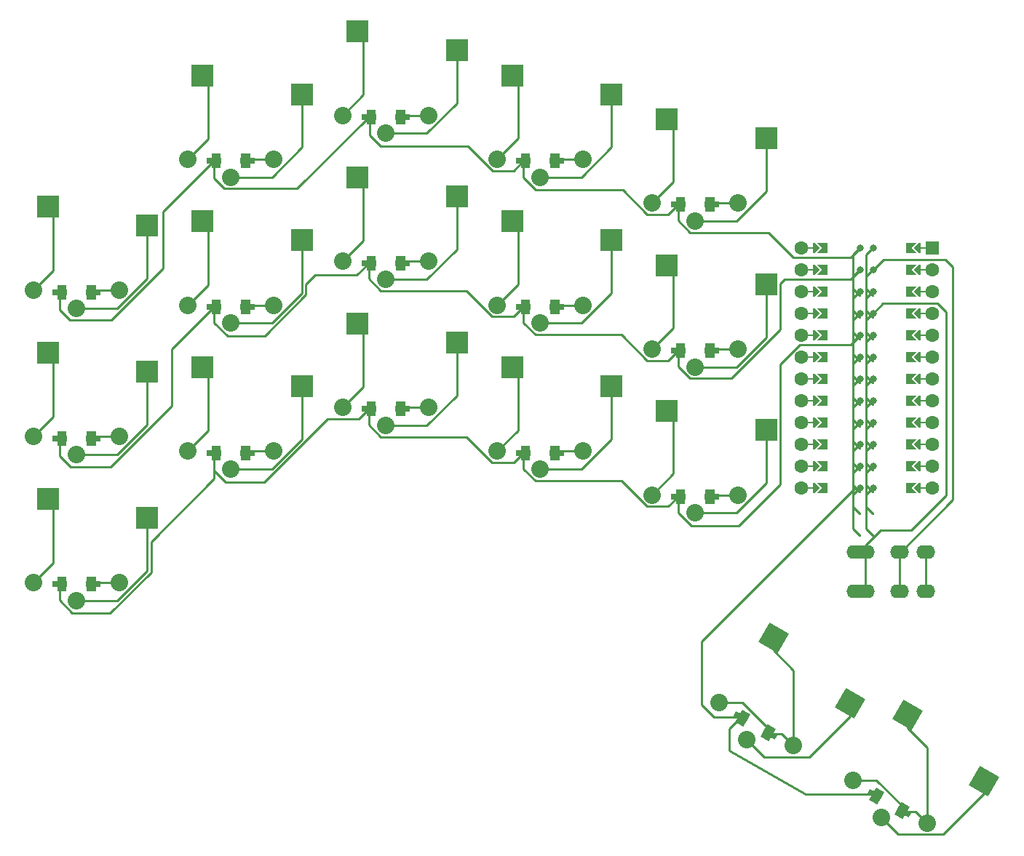
<source format=gbr>
%TF.GenerationSoftware,KiCad,Pcbnew,(6.0.6-1)-1*%
%TF.CreationDate,2022-07-25T21:02:29-05:00*%
%TF.ProjectId,smcboard,736d6362-6f61-4726-942e-6b696361645f,v1.0.0*%
%TF.SameCoordinates,Original*%
%TF.FileFunction,Copper,L2,Bot*%
%TF.FilePolarity,Positive*%
%FSLAX46Y46*%
G04 Gerber Fmt 4.6, Leading zero omitted, Abs format (unit mm)*
G04 Created by KiCad (PCBNEW (6.0.6-1)-1) date 2022-07-25 21:02:29*
%MOMM*%
%LPD*%
G01*
G04 APERTURE LIST*
G04 Aperture macros list*
%AMRotRect*
0 Rectangle, with rotation*
0 The origin of the aperture is its center*
0 $1 length*
0 $2 width*
0 $3 Rotation angle, in degrees counterclockwise*
0 Add horizontal line*
21,1,$1,$2,0,0,$3*%
%AMFreePoly0*
4,1,21,0.800354,0.825354,0.800500,0.825000,0.800500,0.300000,0.825000,0.300000,0.825000,-0.300000,0.800500,-0.300000,0.800500,-0.825000,0.800354,-0.825354,0.800000,-0.825500,-0.290000,-0.825500,-0.290354,-0.825354,-0.290500,-0.825000,-0.290500,-0.300000,-0.825000,-0.300000,-0.825000,0.300000,-0.290500,0.300000,-0.290500,0.825000,-0.290354,0.825354,-0.290000,0.825500,0.800000,0.825500,
0.800354,0.825354,0.800354,0.825354,$1*%
%AMFreePoly1*
4,1,21,0.300354,0.825354,0.300500,0.825000,0.300500,0.300000,0.825000,0.300000,0.825000,-0.300000,0.300500,-0.300000,0.300500,-0.825000,0.300354,-0.825354,0.300000,-0.825500,-0.800000,-0.825500,-0.800354,-0.825354,-0.800500,-0.825000,-0.800500,-0.300000,-0.825000,-0.300000,-0.825000,0.300000,-0.800500,0.300000,-0.800500,0.825000,-0.800354,0.825354,-0.800000,0.825500,0.300000,0.825500,
0.300354,0.825354,0.300354,0.825354,$1*%
%AMFreePoly2*
4,1,5,0.125000,-0.500000,-0.125000,-0.500000,-0.125000,0.500000,0.125000,0.500000,0.125000,-0.500000,0.125000,-0.500000,$1*%
%AMFreePoly3*
4,1,6,0.600000,-0.250000,-0.600000,-0.250000,-0.600000,1.000000,0.000000,0.400000,0.600000,1.000000,0.600000,-0.250000,0.600000,-0.250000,$1*%
%AMFreePoly4*
4,1,6,0.600000,0.200000,0.000000,-0.400000,-0.600000,0.200000,-0.600000,0.400000,0.600000,0.400000,0.600000,0.200000,0.600000,0.200000,$1*%
%AMFreePoly5*
4,1,49,0.004773,0.123721,0.009154,0.124665,0.028961,0.117240,0.062500,0.108253,0.068237,0.102516,0.075053,0.099961,0.087617,0.083136,0.108253,0.062500,0.111178,0.051584,0.117161,0.043572,0.118539,0.024114,0.125000,0.000000,0.121239,-0.014035,0.122131,-0.026629,0.113759,-0.041951,0.108253,-0.062500,0.095644,-0.075109,0.088389,-0.088388,-0.641000,-0.817776,-0.641000,-4.770224,
0.088389,-5.499612,0.109852,-5.528356,0.124665,-5.597154,0.099961,-5.663053,0.043572,-5.705161,-0.026629,-5.710131,-0.088388,-5.676389,-0.854388,-4.910388,-0.867707,-4.892552,-0.871189,-4.889530,-0.871982,-4.886826,-0.875852,-4.881644,-0.882331,-4.851549,-0.891000,-4.822000,-0.891000,-0.766000,-0.887805,-0.743969,-0.888131,-0.739371,-0.886780,-0.736898,-0.885852,-0.730498,-0.869151,-0.704632,
-0.854388,-0.677612,-0.088388,0.088389,-0.064606,0.106147,-0.062500,0.108253,-0.061385,0.108552,-0.059644,0.109852,-0.043806,0.113262,0.000000,0.125000,0.004773,0.123721,0.004773,0.123721,$1*%
G04 Aperture macros list end*
%TA.AperFunction,SMDPad,CuDef*%
%ADD10R,2.600000X2.600000*%
%TD*%
%TA.AperFunction,ComponentPad*%
%ADD11C,2.032000*%
%TD*%
%TA.AperFunction,SMDPad,CuDef*%
%ADD12FreePoly0,0.000000*%
%TD*%
%TA.AperFunction,SMDPad,CuDef*%
%ADD13FreePoly1,0.000000*%
%TD*%
%TA.AperFunction,ComponentPad*%
%ADD14C,0.300000*%
%TD*%
%TA.AperFunction,SMDPad,CuDef*%
%ADD15RotRect,2.600000X2.600000X330.000000*%
%TD*%
%TA.AperFunction,SMDPad,CuDef*%
%ADD16FreePoly0,330.000000*%
%TD*%
%TA.AperFunction,SMDPad,CuDef*%
%ADD17FreePoly1,330.000000*%
%TD*%
%TA.AperFunction,ComponentPad*%
%ADD18C,1.600000*%
%TD*%
%TA.AperFunction,ComponentPad*%
%ADD19R,1.600000X1.600000*%
%TD*%
%TA.AperFunction,SMDPad,CuDef*%
%ADD20FreePoly2,90.000000*%
%TD*%
%TA.AperFunction,SMDPad,CuDef*%
%ADD21FreePoly3,90.000000*%
%TD*%
%TA.AperFunction,SMDPad,CuDef*%
%ADD22FreePoly4,90.000000*%
%TD*%
%TA.AperFunction,SMDPad,CuDef*%
%ADD23FreePoly2,270.000000*%
%TD*%
%TA.AperFunction,SMDPad,CuDef*%
%ADD24FreePoly4,270.000000*%
%TD*%
%TA.AperFunction,SMDPad,CuDef*%
%ADD25FreePoly3,270.000000*%
%TD*%
%TA.AperFunction,SMDPad,CuDef*%
%ADD26FreePoly5,90.000000*%
%TD*%
%TA.AperFunction,SMDPad,CuDef*%
%ADD27FreePoly5,270.000000*%
%TD*%
%TA.AperFunction,ComponentPad*%
%ADD28C,0.800000*%
%TD*%
%TA.AperFunction,ComponentPad*%
%ADD29O,2.200000X1.600000*%
%TD*%
%TA.AperFunction,Conductor*%
%ADD30C,0.250000*%
%TD*%
G04 APERTURE END LIST*
D10*
%TO.P,S1,1*%
%TO.N,pinky_bottom*%
X135286539Y-136546000D03*
%TO.P,S1,2*%
%TO.N,P7*%
X146836539Y-138746000D03*
%TD*%
D11*
%TO.P,S2,1*%
%TO.N,pinky_bottom*%
X133561539Y-146296000D03*
%TO.P,S2,2*%
%TO.N,P7*%
X138561539Y-148396000D03*
%TO.P,S2,1*%
%TO.N,pinky_bottom*%
X143561539Y-146296000D03*
%TO.P,S2,2*%
%TO.N,P7*%
X138561539Y-148396000D03*
%TD*%
D12*
%TO.P,D1,1*%
%TO.N,P2*%
X136611539Y-146496000D03*
D13*
%TO.P,D1,2*%
%TO.N,pinky_bottom*%
X140511539Y-146496000D03*
D14*
%TO.P,D1,1*%
%TO.N,P2*%
X136611539Y-146496000D03*
%TO.P,D1,2*%
%TO.N,pinky_bottom*%
X140511539Y-146496000D03*
%TD*%
D10*
%TO.P,S3,1*%
%TO.N,pinky_home*%
X135286539Y-119546000D03*
%TO.P,S3,2*%
%TO.N,P7*%
X146836539Y-121746000D03*
%TD*%
D11*
%TO.P,S4,1*%
%TO.N,pinky_home*%
X133561539Y-129296000D03*
%TO.P,S4,2*%
%TO.N,P7*%
X138561539Y-131396000D03*
%TO.P,S4,1*%
%TO.N,pinky_home*%
X143561539Y-129296000D03*
%TO.P,S4,2*%
%TO.N,P7*%
X138561539Y-131396000D03*
%TD*%
D12*
%TO.P,D2,1*%
%TO.N,P0*%
X136611539Y-129496000D03*
D13*
%TO.P,D2,2*%
%TO.N,pinky_home*%
X140511539Y-129496000D03*
D14*
%TO.P,D2,1*%
%TO.N,P0*%
X136611539Y-129496000D03*
%TO.P,D2,2*%
%TO.N,pinky_home*%
X140511539Y-129496000D03*
%TD*%
D10*
%TO.P,S5,1*%
%TO.N,pinky_top*%
X135286539Y-102546000D03*
%TO.P,S5,2*%
%TO.N,P7*%
X146836539Y-104746000D03*
%TD*%
D11*
%TO.P,S6,1*%
%TO.N,pinky_top*%
X133561539Y-112296000D03*
%TO.P,S6,2*%
%TO.N,P7*%
X138561539Y-114396000D03*
%TO.P,S6,1*%
%TO.N,pinky_top*%
X143561539Y-112296000D03*
%TO.P,S6,2*%
%TO.N,P7*%
X138561539Y-114396000D03*
%TD*%
D12*
%TO.P,D3,1*%
%TO.N,P1*%
X136611539Y-112496000D03*
D13*
%TO.P,D3,2*%
%TO.N,pinky_top*%
X140511539Y-112496000D03*
D14*
%TO.P,D3,1*%
%TO.N,P1*%
X136611539Y-112496000D03*
%TO.P,D3,2*%
%TO.N,pinky_top*%
X140511539Y-112496000D03*
%TD*%
D10*
%TO.P,S7,1*%
%TO.N,ring_bottom*%
X153286539Y-121246000D03*
%TO.P,S7,2*%
%TO.N,P6*%
X164836539Y-123446000D03*
%TD*%
D11*
%TO.P,S8,1*%
%TO.N,ring_bottom*%
X151561539Y-130996000D03*
%TO.P,S8,2*%
%TO.N,P6*%
X156561539Y-133096000D03*
%TO.P,S8,1*%
%TO.N,ring_bottom*%
X161561539Y-130996000D03*
%TO.P,S8,2*%
%TO.N,P6*%
X156561539Y-133096000D03*
%TD*%
D12*
%TO.P,D4,1*%
%TO.N,P2*%
X154611539Y-131196000D03*
D13*
%TO.P,D4,2*%
%TO.N,ring_bottom*%
X158511539Y-131196000D03*
D14*
%TO.P,D4,1*%
%TO.N,P2*%
X154611539Y-131196000D03*
%TO.P,D4,2*%
%TO.N,ring_bottom*%
X158511539Y-131196000D03*
%TD*%
D10*
%TO.P,S9,1*%
%TO.N,ring_home*%
X153286539Y-104246000D03*
%TO.P,S9,2*%
%TO.N,P6*%
X164836539Y-106446000D03*
%TD*%
D11*
%TO.P,S10,1*%
%TO.N,ring_home*%
X151561539Y-113996000D03*
%TO.P,S10,2*%
%TO.N,P6*%
X156561539Y-116096000D03*
%TO.P,S10,1*%
%TO.N,ring_home*%
X161561539Y-113996000D03*
%TO.P,S10,2*%
%TO.N,P6*%
X156561539Y-116096000D03*
%TD*%
D12*
%TO.P,D5,1*%
%TO.N,P0*%
X154611539Y-114196000D03*
D13*
%TO.P,D5,2*%
%TO.N,ring_home*%
X158511539Y-114196000D03*
D14*
%TO.P,D5,1*%
%TO.N,P0*%
X154611539Y-114196000D03*
%TO.P,D5,2*%
%TO.N,ring_home*%
X158511539Y-114196000D03*
%TD*%
D10*
%TO.P,S11,1*%
%TO.N,ring_top*%
X153286539Y-87246000D03*
%TO.P,S11,2*%
%TO.N,P6*%
X164836539Y-89446000D03*
%TD*%
D11*
%TO.P,S12,1*%
%TO.N,ring_top*%
X151561539Y-96996000D03*
%TO.P,S12,2*%
%TO.N,P6*%
X156561539Y-99096000D03*
%TO.P,S12,1*%
%TO.N,ring_top*%
X161561539Y-96996000D03*
%TO.P,S12,2*%
%TO.N,P6*%
X156561539Y-99096000D03*
%TD*%
D12*
%TO.P,D6,1*%
%TO.N,P1*%
X154611539Y-97196000D03*
D13*
%TO.P,D6,2*%
%TO.N,ring_top*%
X158511539Y-97196000D03*
D14*
%TO.P,D6,1*%
%TO.N,P1*%
X154611539Y-97196000D03*
%TO.P,D6,2*%
%TO.N,ring_top*%
X158511539Y-97196000D03*
%TD*%
D10*
%TO.P,S13,1*%
%TO.N,middle_bottom*%
X171286539Y-116146000D03*
%TO.P,S13,2*%
%TO.N,P5*%
X182836539Y-118346000D03*
%TD*%
D11*
%TO.P,S14,1*%
%TO.N,middle_bottom*%
X169561539Y-125896000D03*
%TO.P,S14,2*%
%TO.N,P5*%
X174561539Y-127996000D03*
%TO.P,S14,1*%
%TO.N,middle_bottom*%
X179561539Y-125896000D03*
%TO.P,S14,2*%
%TO.N,P5*%
X174561539Y-127996000D03*
%TD*%
D12*
%TO.P,D7,1*%
%TO.N,P2*%
X172611539Y-126096000D03*
D13*
%TO.P,D7,2*%
%TO.N,middle_bottom*%
X176511539Y-126096000D03*
D14*
%TO.P,D7,1*%
%TO.N,P2*%
X172611539Y-126096000D03*
%TO.P,D7,2*%
%TO.N,middle_bottom*%
X176511539Y-126096000D03*
%TD*%
D10*
%TO.P,S15,1*%
%TO.N,middle_home*%
X171286539Y-99146000D03*
%TO.P,S15,2*%
%TO.N,P5*%
X182836539Y-101346000D03*
%TD*%
D11*
%TO.P,S16,1*%
%TO.N,middle_home*%
X169561539Y-108896000D03*
%TO.P,S16,2*%
%TO.N,P5*%
X174561539Y-110996000D03*
%TO.P,S16,1*%
%TO.N,middle_home*%
X179561539Y-108896000D03*
%TO.P,S16,2*%
%TO.N,P5*%
X174561539Y-110996000D03*
%TD*%
D12*
%TO.P,D8,1*%
%TO.N,P0*%
X172611539Y-109096000D03*
D13*
%TO.P,D8,2*%
%TO.N,middle_home*%
X176511539Y-109096000D03*
D14*
%TO.P,D8,1*%
%TO.N,P0*%
X172611539Y-109096000D03*
%TO.P,D8,2*%
%TO.N,middle_home*%
X176511539Y-109096000D03*
%TD*%
D10*
%TO.P,S17,1*%
%TO.N,middle_top*%
X171286539Y-82146000D03*
%TO.P,S17,2*%
%TO.N,P5*%
X182836539Y-84346000D03*
%TD*%
D11*
%TO.P,S18,1*%
%TO.N,middle_top*%
X169561539Y-91896000D03*
%TO.P,S18,2*%
%TO.N,P5*%
X174561539Y-93996000D03*
%TO.P,S18,1*%
%TO.N,middle_top*%
X179561539Y-91896000D03*
%TO.P,S18,2*%
%TO.N,P5*%
X174561539Y-93996000D03*
%TD*%
D12*
%TO.P,D9,1*%
%TO.N,P1*%
X172611539Y-92096000D03*
D13*
%TO.P,D9,2*%
%TO.N,middle_top*%
X176511539Y-92096000D03*
D14*
%TO.P,D9,1*%
%TO.N,P1*%
X172611539Y-92096000D03*
%TO.P,D9,2*%
%TO.N,middle_top*%
X176511539Y-92096000D03*
%TD*%
D10*
%TO.P,S19,1*%
%TO.N,index_bottom*%
X189286539Y-121246000D03*
%TO.P,S19,2*%
%TO.N,P4*%
X200836539Y-123446000D03*
%TD*%
D11*
%TO.P,S20,1*%
%TO.N,index_bottom*%
X187561539Y-130996000D03*
%TO.P,S20,2*%
%TO.N,P4*%
X192561539Y-133096000D03*
%TO.P,S20,1*%
%TO.N,index_bottom*%
X197561539Y-130996000D03*
%TO.P,S20,2*%
%TO.N,P4*%
X192561539Y-133096000D03*
%TD*%
D12*
%TO.P,D10,1*%
%TO.N,P2*%
X190611539Y-131196000D03*
D13*
%TO.P,D10,2*%
%TO.N,index_bottom*%
X194511539Y-131196000D03*
D14*
%TO.P,D10,1*%
%TO.N,P2*%
X190611539Y-131196000D03*
%TO.P,D10,2*%
%TO.N,index_bottom*%
X194511539Y-131196000D03*
%TD*%
D10*
%TO.P,S21,1*%
%TO.N,index_home*%
X189286539Y-104246000D03*
%TO.P,S21,2*%
%TO.N,P4*%
X200836539Y-106446000D03*
%TD*%
D11*
%TO.P,S22,1*%
%TO.N,index_home*%
X187561539Y-113996000D03*
%TO.P,S22,2*%
%TO.N,P4*%
X192561539Y-116096000D03*
%TO.P,S22,1*%
%TO.N,index_home*%
X197561539Y-113996000D03*
%TO.P,S22,2*%
%TO.N,P4*%
X192561539Y-116096000D03*
%TD*%
D12*
%TO.P,D11,1*%
%TO.N,P0*%
X190611539Y-114196000D03*
D13*
%TO.P,D11,2*%
%TO.N,index_home*%
X194511539Y-114196000D03*
D14*
%TO.P,D11,1*%
%TO.N,P0*%
X190611539Y-114196000D03*
%TO.P,D11,2*%
%TO.N,index_home*%
X194511539Y-114196000D03*
%TD*%
D10*
%TO.P,S23,1*%
%TO.N,index_top*%
X189286539Y-87246000D03*
%TO.P,S23,2*%
%TO.N,P4*%
X200836539Y-89446000D03*
%TD*%
D11*
%TO.P,S24,1*%
%TO.N,index_top*%
X187561539Y-96996000D03*
%TO.P,S24,2*%
%TO.N,P4*%
X192561539Y-99096000D03*
%TO.P,S24,1*%
%TO.N,index_top*%
X197561539Y-96996000D03*
%TO.P,S24,2*%
%TO.N,P4*%
X192561539Y-99096000D03*
%TD*%
D12*
%TO.P,D12,1*%
%TO.N,P1*%
X190611539Y-97196000D03*
D13*
%TO.P,D12,2*%
%TO.N,index_top*%
X194511539Y-97196000D03*
D14*
%TO.P,D12,1*%
%TO.N,P1*%
X190611539Y-97196000D03*
%TO.P,D12,2*%
%TO.N,index_top*%
X194511539Y-97196000D03*
%TD*%
D10*
%TO.P,S25,1*%
%TO.N,inner_bottom*%
X207286539Y-126346000D03*
%TO.P,S25,2*%
%TO.N,P3*%
X218836539Y-128546000D03*
%TD*%
D11*
%TO.P,S26,1*%
%TO.N,inner_bottom*%
X205561539Y-136096000D03*
%TO.P,S26,2*%
%TO.N,P3*%
X210561539Y-138196000D03*
%TO.P,S26,1*%
%TO.N,inner_bottom*%
X215561539Y-136096000D03*
%TO.P,S26,2*%
%TO.N,P3*%
X210561539Y-138196000D03*
%TD*%
D12*
%TO.P,D13,1*%
%TO.N,P2*%
X208611539Y-136296000D03*
D13*
%TO.P,D13,2*%
%TO.N,inner_bottom*%
X212511539Y-136296000D03*
D14*
%TO.P,D13,1*%
%TO.N,P2*%
X208611539Y-136296000D03*
%TO.P,D13,2*%
%TO.N,inner_bottom*%
X212511539Y-136296000D03*
%TD*%
D10*
%TO.P,S27,1*%
%TO.N,inner_home*%
X207286539Y-109346000D03*
%TO.P,S27,2*%
%TO.N,P3*%
X218836539Y-111546000D03*
%TD*%
D11*
%TO.P,S28,1*%
%TO.N,inner_home*%
X205561539Y-119096000D03*
%TO.P,S28,2*%
%TO.N,P3*%
X210561539Y-121196000D03*
%TO.P,S28,1*%
%TO.N,inner_home*%
X215561539Y-119096000D03*
%TO.P,S28,2*%
%TO.N,P3*%
X210561539Y-121196000D03*
%TD*%
D12*
%TO.P,D14,1*%
%TO.N,P0*%
X208611539Y-119296000D03*
D13*
%TO.P,D14,2*%
%TO.N,inner_home*%
X212511539Y-119296000D03*
D14*
%TO.P,D14,1*%
%TO.N,P0*%
X208611539Y-119296000D03*
%TO.P,D14,2*%
%TO.N,inner_home*%
X212511539Y-119296000D03*
%TD*%
D10*
%TO.P,S29,1*%
%TO.N,inner_top*%
X207286539Y-92346000D03*
%TO.P,S29,2*%
%TO.N,P3*%
X218836539Y-94546000D03*
%TD*%
D11*
%TO.P,S30,1*%
%TO.N,inner_top*%
X205561539Y-102096000D03*
%TO.P,S30,2*%
%TO.N,P3*%
X210561539Y-104196000D03*
%TO.P,S30,1*%
%TO.N,inner_top*%
X215561539Y-102096000D03*
%TO.P,S30,2*%
%TO.N,P3*%
X210561539Y-104196000D03*
%TD*%
D12*
%TO.P,D15,1*%
%TO.N,P1*%
X208611539Y-102296000D03*
D13*
%TO.P,D15,2*%
%TO.N,inner_top*%
X212511539Y-102296000D03*
D14*
%TO.P,D15,1*%
%TO.N,P1*%
X208611539Y-102296000D03*
%TO.P,D15,2*%
%TO.N,inner_top*%
X212511539Y-102296000D03*
%TD*%
D15*
%TO.P,S31,1*%
%TO.N,near_thumb*%
X219700306Y-152705649D03*
%TO.P,S31,2*%
%TO.N,P5*%
X228602899Y-160385905D03*
%TD*%
D11*
%TO.P,S32,1*%
%TO.N,near_thumb*%
X213331412Y-160286897D03*
%TO.P,S32,2*%
%TO.N,P5*%
X216611539Y-164605550D03*
%TO.P,S32,1*%
%TO.N,near_thumb*%
X221991666Y-165286897D03*
%TO.P,S32,2*%
%TO.N,P5*%
X216611539Y-164605550D03*
%TD*%
D16*
%TO.P,D16,1*%
%TO.N,P9*%
X215872789Y-161985102D03*
D17*
%TO.P,D16,2*%
%TO.N,near_thumb*%
X219250289Y-163935102D03*
D14*
%TO.P,D16,1*%
%TO.N,P9*%
X215872789Y-161985102D03*
%TO.P,D16,2*%
%TO.N,near_thumb*%
X219250289Y-163935102D03*
%TD*%
D15*
%TO.P,S33,1*%
%TO.N,home_thumb*%
X235288763Y-161705649D03*
%TO.P,S33,2*%
%TO.N,P4*%
X244191356Y-169385905D03*
%TD*%
D11*
%TO.P,S34,1*%
%TO.N,home_thumb*%
X228919869Y-169286897D03*
%TO.P,S34,2*%
%TO.N,P4*%
X232199996Y-173605550D03*
%TO.P,S34,1*%
%TO.N,home_thumb*%
X237580123Y-174286897D03*
%TO.P,S34,2*%
%TO.N,P4*%
X232199996Y-173605550D03*
%TD*%
D16*
%TO.P,D17,1*%
%TO.N,P9*%
X231461246Y-170985102D03*
D17*
%TO.P,D17,2*%
%TO.N,home_thumb*%
X234838746Y-172935102D03*
D14*
%TO.P,D17,1*%
%TO.N,P9*%
X231461246Y-170985102D03*
%TO.P,D17,2*%
%TO.N,home_thumb*%
X234838746Y-172935102D03*
%TD*%
D18*
%TO.P,MCU1,*%
%TO.N,*%
X222941539Y-107326000D03*
X222941539Y-109866000D03*
X222941539Y-112406000D03*
X222941539Y-114946000D03*
X222941539Y-117486000D03*
X222941539Y-120026000D03*
X222941539Y-122566000D03*
X222941539Y-125106000D03*
X222941539Y-127646000D03*
X222941539Y-130186000D03*
X222941539Y-132726000D03*
X222941539Y-135266000D03*
X238181539Y-135266000D03*
X238181539Y-132726000D03*
X238181539Y-130186000D03*
X238181539Y-127646000D03*
X238181539Y-125106000D03*
X238181539Y-122566000D03*
X238181539Y-120026000D03*
X238181539Y-117486000D03*
X238181539Y-114946000D03*
X238181539Y-112406000D03*
X238181539Y-109866000D03*
X238181539Y-107326000D03*
D19*
X238181539Y-107326000D03*
D20*
X224211539Y-107326000D03*
D21*
%TO.P,MCU1,1*%
%TO.N,RAW*%
X225735539Y-107326000D03*
D22*
%TO.P,MCU1,*%
%TO.N,*%
X224719539Y-107326000D03*
D20*
X224211539Y-109866000D03*
D22*
X224719539Y-109866000D03*
D21*
%TO.P,MCU1,2*%
%TO.N,N/C*%
X225735539Y-109866000D03*
D20*
%TO.P,MCU1,*%
%TO.N,*%
X224211539Y-112406000D03*
D22*
X224719539Y-112406000D03*
D21*
%TO.P,MCU1,3*%
%TO.N,RST*%
X225735539Y-112406000D03*
D20*
%TO.P,MCU1,*%
%TO.N,*%
X224211539Y-114946000D03*
D22*
X224719539Y-114946000D03*
D21*
%TO.P,MCU1,4*%
%TO.N,VCC*%
X225735539Y-114946000D03*
D20*
%TO.P,MCU1,*%
%TO.N,*%
X224211539Y-117486000D03*
D22*
X224719539Y-117486000D03*
D21*
%TO.P,MCU1,5*%
%TO.N,P21*%
X225735539Y-117486000D03*
D20*
%TO.P,MCU1,*%
%TO.N,*%
X224211539Y-120026000D03*
D22*
X224719539Y-120026000D03*
D21*
%TO.P,MCU1,6*%
%TO.N,P20*%
X225735539Y-120026000D03*
D20*
%TO.P,MCU1,*%
%TO.N,*%
X224211539Y-122566000D03*
D22*
X224719539Y-122566000D03*
D21*
%TO.P,MCU1,7*%
%TO.N,P19*%
X225735539Y-122566000D03*
D20*
%TO.P,MCU1,*%
%TO.N,*%
X224211539Y-125106000D03*
D22*
X224719539Y-125106000D03*
D21*
%TO.P,MCU1,8*%
%TO.N,P18*%
X225735539Y-125106000D03*
D20*
%TO.P,MCU1,*%
%TO.N,*%
X224211539Y-127646000D03*
D22*
X224719539Y-127646000D03*
D21*
%TO.P,MCU1,9*%
%TO.N,P15*%
X225735539Y-127646000D03*
D20*
%TO.P,MCU1,*%
%TO.N,*%
X224211539Y-130186000D03*
D22*
X224719539Y-130186000D03*
D21*
%TO.P,MCU1,10*%
%TO.N,P14*%
X225735539Y-130186000D03*
D20*
%TO.P,MCU1,*%
%TO.N,*%
X224211539Y-132726000D03*
D22*
X224719539Y-132726000D03*
D21*
%TO.P,MCU1,11*%
%TO.N,P16*%
X225735539Y-132726000D03*
D20*
%TO.P,MCU1,*%
%TO.N,*%
X224211539Y-135266000D03*
D22*
X224719539Y-135266000D03*
D21*
%TO.P,MCU1,12*%
%TO.N,P10*%
X225735539Y-135266000D03*
D23*
%TO.P,MCU1,*%
%TO.N,*%
X236911539Y-107326000D03*
D24*
X236403539Y-107326000D03*
D25*
%TO.P,MCU1,24*%
%TO.N,P1*%
X235387539Y-107326000D03*
%TO.P,MCU1,23*%
%TO.N,P0*%
X235387539Y-109866000D03*
D23*
%TO.P,MCU1,*%
%TO.N,*%
X236911539Y-109866000D03*
D24*
X236403539Y-109866000D03*
D25*
%TO.P,MCU1,22*%
%TO.N,GND*%
X235387539Y-112406000D03*
D23*
%TO.P,MCU1,*%
%TO.N,*%
X236911539Y-112406000D03*
D24*
X236403539Y-112406000D03*
D25*
%TO.P,MCU1,21*%
%TO.N,GND*%
X235387539Y-114946000D03*
D23*
%TO.P,MCU1,*%
%TO.N,*%
X236911539Y-114946000D03*
D24*
X236403539Y-114946000D03*
D25*
%TO.P,MCU1,20*%
%TO.N,P2*%
X235387539Y-117486000D03*
D23*
%TO.P,MCU1,*%
%TO.N,*%
X236911539Y-117486000D03*
D24*
X236403539Y-117486000D03*
D25*
%TO.P,MCU1,19*%
%TO.N,P3*%
X235387539Y-120026000D03*
D23*
%TO.P,MCU1,*%
%TO.N,*%
X236911539Y-120026000D03*
D24*
X236403539Y-120026000D03*
D25*
%TO.P,MCU1,18*%
%TO.N,P4*%
X235387539Y-122566000D03*
D23*
%TO.P,MCU1,*%
%TO.N,*%
X236911539Y-122566000D03*
D24*
X236403539Y-122566000D03*
D25*
%TO.P,MCU1,17*%
%TO.N,P5*%
X235387539Y-125106000D03*
D23*
%TO.P,MCU1,*%
%TO.N,*%
X236911539Y-125106000D03*
D24*
X236403539Y-125106000D03*
D25*
%TO.P,MCU1,16*%
%TO.N,P6*%
X235387539Y-127646000D03*
D23*
%TO.P,MCU1,*%
%TO.N,*%
X236911539Y-127646000D03*
D24*
X236403539Y-127646000D03*
D25*
%TO.P,MCU1,15*%
%TO.N,P7*%
X235387539Y-130186000D03*
D23*
%TO.P,MCU1,*%
%TO.N,*%
X236911539Y-130186000D03*
D24*
X236403539Y-130186000D03*
D25*
%TO.P,MCU1,14*%
%TO.N,P8*%
X235387539Y-132726000D03*
D23*
%TO.P,MCU1,*%
%TO.N,*%
X236911539Y-132726000D03*
D24*
X236403539Y-132726000D03*
D25*
%TO.P,MCU1,13*%
%TO.N,P9*%
X235387539Y-135266000D03*
D23*
%TO.P,MCU1,*%
%TO.N,*%
X236911539Y-135266000D03*
D24*
X236403539Y-135266000D03*
D26*
%TO.P,MCU1,23*%
%TO.N,P0*%
X229799539Y-109866000D03*
D27*
%TO.P,MCU1,2*%
%TO.N,GND*%
X231323539Y-109866000D03*
D28*
X231323539Y-109866000D03*
%TO.P,MCU1,23*%
%TO.N,P0*%
X229799539Y-109866000D03*
%TO.P,MCU1,24*%
%TO.N,P1*%
X229799539Y-107326000D03*
%TO.P,MCU1,1*%
%TO.N,RAW*%
X231323539Y-107326000D03*
D26*
%TO.P,MCU1,24*%
%TO.N,P1*%
X229799539Y-107326000D03*
D27*
%TO.P,MCU1,1*%
%TO.N,RAW*%
X231323539Y-107326000D03*
D28*
%TO.P,MCU1,22*%
%TO.N,GND*%
X229799539Y-112406000D03*
%TO.P,MCU1,3*%
%TO.N,RST*%
X231323539Y-112406000D03*
D26*
%TO.P,MCU1,22*%
%TO.N,GND*%
X229799539Y-112406000D03*
D27*
%TO.P,MCU1,3*%
%TO.N,RST*%
X231323539Y-112406000D03*
D28*
%TO.P,MCU1,21*%
%TO.N,GND*%
X229799539Y-114946000D03*
%TO.P,MCU1,4*%
%TO.N,VCC*%
X231323539Y-114946000D03*
D26*
%TO.P,MCU1,21*%
%TO.N,GND*%
X229799539Y-114946000D03*
D27*
%TO.P,MCU1,4*%
%TO.N,VCC*%
X231323539Y-114946000D03*
D28*
%TO.P,MCU1,20*%
%TO.N,P2*%
X229799539Y-117486000D03*
%TO.P,MCU1,5*%
%TO.N,P21*%
X231323539Y-117486000D03*
D26*
%TO.P,MCU1,20*%
%TO.N,P2*%
X229799539Y-117486000D03*
D27*
%TO.P,MCU1,5*%
%TO.N,P21*%
X231323539Y-117486000D03*
D28*
%TO.P,MCU1,19*%
%TO.N,P3*%
X229799539Y-120026000D03*
%TO.P,MCU1,6*%
%TO.N,P20*%
X231323539Y-120026000D03*
D26*
%TO.P,MCU1,19*%
%TO.N,P3*%
X229799539Y-120026000D03*
D27*
%TO.P,MCU1,6*%
%TO.N,P20*%
X231323539Y-120026000D03*
D28*
%TO.P,MCU1,18*%
%TO.N,P4*%
X229799539Y-122566000D03*
%TO.P,MCU1,7*%
%TO.N,P19*%
X231323539Y-122566000D03*
D26*
%TO.P,MCU1,18*%
%TO.N,P4*%
X229799539Y-122566000D03*
D27*
%TO.P,MCU1,7*%
%TO.N,P19*%
X231323539Y-122566000D03*
D28*
%TO.P,MCU1,17*%
%TO.N,P5*%
X229799539Y-125106000D03*
%TO.P,MCU1,8*%
%TO.N,P18*%
X231323539Y-125106000D03*
D26*
%TO.P,MCU1,17*%
%TO.N,P5*%
X229799539Y-125106000D03*
D27*
%TO.P,MCU1,8*%
%TO.N,P18*%
X231323539Y-125106000D03*
D28*
%TO.P,MCU1,16*%
%TO.N,P6*%
X229799539Y-127646000D03*
%TO.P,MCU1,9*%
%TO.N,P15*%
X231323539Y-127646000D03*
D26*
%TO.P,MCU1,16*%
%TO.N,P6*%
X229799539Y-127646000D03*
D27*
%TO.P,MCU1,9*%
%TO.N,P15*%
X231323539Y-127646000D03*
D28*
%TO.P,MCU1,15*%
%TO.N,P7*%
X229799539Y-130186000D03*
%TO.P,MCU1,10*%
%TO.N,P14*%
X231323539Y-130186000D03*
D26*
%TO.P,MCU1,15*%
%TO.N,P7*%
X229799539Y-130186000D03*
D27*
%TO.P,MCU1,10*%
%TO.N,P14*%
X231323539Y-130186000D03*
D28*
%TO.P,MCU1,14*%
%TO.N,P8*%
X229799539Y-132726000D03*
%TO.P,MCU1,11*%
%TO.N,P16*%
X231323539Y-132726000D03*
D26*
%TO.P,MCU1,14*%
%TO.N,P8*%
X229799539Y-132726000D03*
D27*
%TO.P,MCU1,11*%
%TO.N,P16*%
X231323539Y-132726000D03*
D28*
%TO.P,MCU1,13*%
%TO.N,P9*%
X229799539Y-135266000D03*
%TO.P,MCU1,12*%
%TO.N,P10*%
X231323539Y-135266000D03*
D26*
%TO.P,MCU1,13*%
%TO.N,P9*%
X229799539Y-135266000D03*
D27*
%TO.P,MCU1,12*%
%TO.N,P10*%
X231323539Y-135266000D03*
%TD*%
D29*
%TO.P,REF\u002A\u002A,1*%
%TO.N,VCC*%
X229261539Y-147296000D03*
%TO.P,REF\u002A\u002A,2*%
X230361539Y-142696000D03*
%TO.P,REF\u002A\u002A,3*%
%TO.N,GND*%
X234361539Y-142696000D03*
%TO.P,REF\u002A\u002A,4*%
%TO.N,P16*%
X237361539Y-142696000D03*
%TO.P,REF\u002A\u002A,1*%
%TO.N,VCC*%
X229261539Y-142696000D03*
%TO.P,REF\u002A\u002A,2*%
X230361539Y-147296000D03*
%TO.P,REF\u002A\u002A,3*%
%TO.N,GND*%
X234361539Y-147296000D03*
%TO.P,REF\u002A\u002A,4*%
%TO.N,P16*%
X237361539Y-147296000D03*
%TD*%
D30*
%TO.N,P9*%
X215872789Y-161985102D02*
X212785102Y-161985102D01*
X212785102Y-161985102D02*
X211328000Y-160528000D01*
X211328000Y-160528000D02*
X211328000Y-153162000D01*
X211328000Y-153162000D02*
X229224000Y-135266000D01*
X229224000Y-135266000D02*
X229799539Y-135266000D01*
%TO.N,P2*%
X208611539Y-136296000D02*
X208611539Y-138142461D01*
X208611539Y-138142461D02*
X210169078Y-139700000D01*
X220461539Y-120914461D02*
X222758000Y-118618000D01*
X210169078Y-139700000D02*
X215646000Y-139700000D01*
X222758000Y-118618000D02*
X228667539Y-118618000D01*
X228667539Y-118618000D02*
X229799539Y-117486000D01*
X215646000Y-139700000D02*
X220461539Y-134884461D01*
X220461539Y-134884461D02*
X220461539Y-120914461D01*
%TO.N,inner_bottom*%
X207286539Y-126346000D02*
X207286539Y-126514539D01*
X207286539Y-126514539D02*
X208026000Y-127254000D01*
X208026000Y-127254000D02*
X208026000Y-133631539D01*
X208026000Y-133631539D02*
X205561539Y-136096000D01*
%TO.N,inner_home*%
X207286539Y-109346000D02*
X208026000Y-110085461D01*
X208026000Y-116631539D02*
X205561539Y-119096000D01*
X208026000Y-110085461D02*
X208026000Y-116631539D01*
%TO.N,inner_top*%
X207286539Y-92346000D02*
X208026000Y-93085461D01*
X208026000Y-99631539D02*
X205561539Y-102096000D01*
X208026000Y-93085461D02*
X208026000Y-99631539D01*
%TO.N,index_top*%
X189286539Y-87246000D02*
X189992000Y-87951461D01*
X189992000Y-87951461D02*
X189992000Y-94565539D01*
X189992000Y-94565539D02*
X187561539Y-96996000D01*
%TO.N,P1*%
X190611539Y-97196000D02*
X190611539Y-99171539D01*
X190611539Y-99171539D02*
X192024000Y-100584000D01*
X192024000Y-100584000D02*
X202153078Y-100584000D01*
X202153078Y-100584000D02*
X205006078Y-103437000D01*
X205006078Y-103437000D02*
X207470539Y-103437000D01*
X207470539Y-103437000D02*
X208611539Y-102296000D01*
X172611539Y-92096000D02*
X172720000Y-92204461D01*
X172720000Y-92204461D02*
X172720000Y-94234000D01*
X172720000Y-94234000D02*
X173990000Y-95504000D01*
X187006078Y-98337000D02*
X189470539Y-98337000D01*
X173990000Y-95504000D02*
X184173078Y-95504000D01*
X184173078Y-95504000D02*
X187006078Y-98337000D01*
X189470539Y-98337000D02*
X190611539Y-97196000D01*
%TO.N,index_bottom*%
X189286539Y-121246000D02*
X189992000Y-121951461D01*
X189992000Y-121951461D02*
X189992000Y-128565539D01*
X189992000Y-128565539D02*
X187561539Y-130996000D01*
%TO.N,index_home*%
X189286539Y-104246000D02*
X189992000Y-104951461D01*
X189992000Y-104951461D02*
X189992000Y-111565539D01*
X189992000Y-111565539D02*
X187561539Y-113996000D01*
%TO.N,middle_bottom*%
X171286539Y-116146000D02*
X171958000Y-116817461D01*
X171958000Y-116817461D02*
X171958000Y-123499539D01*
X171958000Y-123499539D02*
X169561539Y-125896000D01*
%TO.N,middle_home*%
X171286539Y-99146000D02*
X171958000Y-99817461D01*
X171958000Y-99817461D02*
X171958000Y-106499539D01*
X171958000Y-106499539D02*
X169561539Y-108896000D01*
%TO.N,ring_bottom*%
X153286539Y-121246000D02*
X153924000Y-121883461D01*
X153924000Y-121883461D02*
X153924000Y-128633539D01*
X153924000Y-128633539D02*
X151561539Y-130996000D01*
%TO.N,ring_home*%
X153286539Y-104246000D02*
X153924000Y-104883461D01*
X153924000Y-104883461D02*
X153924000Y-111633539D01*
X153924000Y-111633539D02*
X151561539Y-113996000D01*
%TO.N,middle_top*%
X171286539Y-82146000D02*
X171958000Y-82817461D01*
X171958000Y-82817461D02*
X171958000Y-89499539D01*
X171958000Y-89499539D02*
X169561539Y-91896000D01*
%TO.N,ring_top*%
X153286539Y-87246000D02*
X153924000Y-87883461D01*
X153924000Y-87883461D02*
X153924000Y-94633539D01*
X153924000Y-94633539D02*
X151561539Y-96996000D01*
%TO.N,pinky_top*%
X135286539Y-102546000D02*
X135890000Y-103149461D01*
X135890000Y-103149461D02*
X135890000Y-109967539D01*
X135890000Y-109967539D02*
X133561539Y-112296000D01*
%TO.N,pinky_home*%
X135286539Y-119546000D02*
X135890000Y-120149461D01*
X135890000Y-126967539D02*
X133561539Y-129296000D01*
X135890000Y-120149461D02*
X135890000Y-126967539D01*
%TO.N,pinky_bottom*%
X135286539Y-136546000D02*
X135890000Y-137149461D01*
X135890000Y-143967539D02*
X133561539Y-146296000D01*
X135890000Y-137149461D02*
X135890000Y-143967539D01*
%TO.N,VCC*%
X230361539Y-142696000D02*
X230361539Y-142002461D01*
X235712000Y-140208000D02*
X239776000Y-136144000D01*
X230361539Y-142002461D02*
X232156000Y-140208000D01*
X239776000Y-136144000D02*
X239776000Y-114808000D01*
X232156000Y-140208000D02*
X235712000Y-140208000D01*
X232448539Y-113821000D02*
X231323539Y-114946000D01*
X239776000Y-114808000D02*
X238789000Y-113821000D01*
X238789000Y-113821000D02*
X232448539Y-113821000D01*
%TO.N,GND*%
X234361539Y-142696000D02*
X234494000Y-142696000D01*
X234494000Y-142696000D02*
X240538000Y-136652000D01*
X240538000Y-136652000D02*
X240538000Y-109549595D01*
X240538000Y-109549595D02*
X239700405Y-108712000D01*
X239700405Y-108712000D02*
X232477539Y-108712000D01*
X232477539Y-108712000D02*
X231323539Y-109866000D01*
%TO.N,VCC*%
X230361539Y-142696000D02*
X230361539Y-147296000D01*
%TO.N,GND*%
X234361539Y-142696000D02*
X234361539Y-147296000D01*
%TO.N,P16*%
X237361539Y-147296000D02*
X237361539Y-142696000D01*
%TO.N,P2*%
X154611539Y-131196000D02*
X154611539Y-134221000D01*
X154611539Y-134221000D02*
X147320000Y-141512539D01*
X147320000Y-141512539D02*
X147320000Y-145070396D01*
X147320000Y-145070396D02*
X142530396Y-149860000D01*
X142530396Y-149860000D02*
X138129078Y-149860000D01*
X138129078Y-149860000D02*
X136611539Y-148342461D01*
X136611539Y-148342461D02*
X136611539Y-146496000D01*
X172611539Y-126096000D02*
X171453539Y-127254000D01*
X171453539Y-127254000D02*
X167836396Y-127254000D01*
X167836396Y-127254000D02*
X160470396Y-134620000D01*
X160470396Y-134620000D02*
X155956000Y-134620000D01*
X154611539Y-133275539D02*
X154611539Y-131196000D01*
X155956000Y-134620000D02*
X154611539Y-133275539D01*
X172611539Y-126096000D02*
X172611539Y-127942461D01*
X174006078Y-129337000D02*
X183947000Y-129337000D01*
X172611539Y-127942461D02*
X174006078Y-129337000D01*
X183947000Y-129337000D02*
X186947000Y-132337000D01*
X186947000Y-132337000D02*
X189470539Y-132337000D01*
X189470539Y-132337000D02*
X190611539Y-131196000D01*
X190611539Y-131196000D02*
X190611539Y-133042461D01*
X190611539Y-133042461D02*
X192006078Y-134437000D01*
X202001000Y-134437000D02*
X205001000Y-137437000D01*
X192006078Y-134437000D02*
X202001000Y-134437000D01*
X205001000Y-137437000D02*
X207470539Y-137437000D01*
X207470539Y-137437000D02*
X208611539Y-136296000D01*
%TO.N,P0*%
X208611539Y-119296000D02*
X208611539Y-121142461D01*
X208611539Y-121142461D02*
X210006078Y-122537000D01*
X228674539Y-110991000D02*
X229799539Y-109866000D01*
X210006078Y-122537000D02*
X214775000Y-122537000D01*
X214775000Y-122537000D02*
X220472000Y-116840000D01*
X220472000Y-111506000D02*
X220987000Y-110991000D01*
X220472000Y-116840000D02*
X220472000Y-111506000D01*
X220987000Y-110991000D02*
X228674539Y-110991000D01*
%TO.N,P1*%
X208611539Y-102296000D02*
X208611539Y-104142461D01*
X208611539Y-104142461D02*
X210006078Y-105537000D01*
X210006078Y-105537000D02*
X219075000Y-105537000D01*
X219075000Y-105537000D02*
X221996000Y-108458000D01*
X221996000Y-108458000D02*
X228667539Y-108458000D01*
X228667539Y-108458000D02*
X229799539Y-107326000D01*
%TO.N,P0*%
X190611539Y-114196000D02*
X190611539Y-116042461D01*
X207470539Y-120437000D02*
X208611539Y-119296000D01*
X190611539Y-116042461D02*
X192006078Y-117437000D01*
X192006078Y-117437000D02*
X202006078Y-117437000D01*
X202006078Y-117437000D02*
X205006078Y-120437000D01*
X205006078Y-120437000D02*
X207470539Y-120437000D01*
X172611539Y-109096000D02*
X172611539Y-110942461D01*
X172611539Y-110942461D02*
X174006078Y-112337000D01*
X174006078Y-112337000D02*
X183965000Y-112337000D01*
X183965000Y-112337000D02*
X186965000Y-115337000D01*
X186965000Y-115337000D02*
X189470539Y-115337000D01*
X189470539Y-115337000D02*
X190611539Y-114196000D01*
X172611539Y-109096000D02*
X171217539Y-110490000D01*
X171217539Y-110490000D02*
X166370000Y-110490000D01*
X160488396Y-117602000D02*
X156171078Y-117602000D01*
X166370000Y-110490000D02*
X165286539Y-111573461D01*
X165286539Y-112803857D02*
X160488396Y-117602000D01*
X165286539Y-111573461D02*
X165286539Y-112803857D01*
X154611539Y-116042461D02*
X154611539Y-114196000D01*
X156171078Y-117602000D02*
X154611539Y-116042461D01*
X154611539Y-114196000D02*
X149686538Y-119121001D01*
X149686538Y-119121001D02*
X149686538Y-125703858D01*
X136611539Y-131531539D02*
X136611539Y-129496000D01*
X149686538Y-125703858D02*
X142548396Y-132842000D01*
X142548396Y-132842000D02*
X137922000Y-132842000D01*
X137922000Y-132842000D02*
X136611539Y-131531539D01*
%TO.N,near_thumb*%
X220639871Y-163935102D02*
X219250289Y-163935102D01*
X221991666Y-165286897D02*
X220639871Y-163935102D01*
%TO.N,pinky_bottom*%
X143561539Y-146296000D02*
X140711539Y-146296000D01*
X140711539Y-146296000D02*
X140511539Y-146496000D01*
%TO.N,ring_home*%
X161561539Y-113996000D02*
X158711539Y-113996000D01*
X158711539Y-113996000D02*
X158511539Y-114196000D01*
%TO.N,middle_home*%
X179561539Y-108896000D02*
X176711539Y-108896000D01*
X176711539Y-108896000D02*
X176511539Y-109096000D01*
%TO.N,inner_bottom*%
X215561539Y-136096000D02*
X212711539Y-136096000D01*
X212711539Y-136096000D02*
X212511539Y-136296000D01*
%TO.N,index_bottom*%
X197561539Y-130996000D02*
X194711539Y-130996000D01*
X194711539Y-130996000D02*
X194511539Y-131196000D01*
%TO.N,middle_bottom*%
X179561539Y-125896000D02*
X176711539Y-125896000D01*
X176711539Y-125896000D02*
X176511539Y-126096000D01*
%TO.N,ring_bottom*%
X161561539Y-130996000D02*
X158711539Y-130996000D01*
X158711539Y-130996000D02*
X158511539Y-131196000D01*
%TO.N,pinky_top*%
X143561539Y-112296000D02*
X140711539Y-112296000D01*
X140711539Y-112296000D02*
X140511539Y-112496000D01*
%TO.N,ring_top*%
X161561539Y-96996000D02*
X158711539Y-96996000D01*
X158711539Y-96996000D02*
X158511539Y-97196000D01*
%TO.N,middle_top*%
X179561539Y-91896000D02*
X176711539Y-91896000D01*
X176711539Y-91896000D02*
X176511539Y-92096000D01*
%TO.N,index_top*%
X197561539Y-96996000D02*
X194711539Y-96996000D01*
X194711539Y-96996000D02*
X194511539Y-97196000D01*
%TO.N,inner_top*%
X215561539Y-102096000D02*
X212711539Y-102096000D01*
X212711539Y-102096000D02*
X212511539Y-102296000D01*
%TO.N,index_home*%
X197561539Y-113996000D02*
X194711539Y-113996000D01*
X194711539Y-113996000D02*
X194511539Y-114196000D01*
%TO.N,inner_home*%
X215561539Y-119096000D02*
X212711539Y-119096000D01*
X212711539Y-119096000D02*
X212511539Y-119296000D01*
%TO.N,P1*%
X154611539Y-97196000D02*
X148684118Y-103123421D01*
X148684118Y-109706278D02*
X142653396Y-115737000D01*
X148684118Y-103123421D02*
X148684118Y-109706278D01*
X142653396Y-115737000D02*
X137835000Y-115737000D01*
X137835000Y-115737000D02*
X136611539Y-114513539D01*
X136611539Y-114513539D02*
X136611539Y-112496000D01*
X172611539Y-92096000D02*
X164270539Y-100437000D01*
X164270539Y-100437000D02*
X155809000Y-100437000D01*
X155809000Y-100437000D02*
X154611539Y-99239539D01*
X154611539Y-99239539D02*
X154611539Y-97196000D01*
%TO.N,pinky_home*%
X143561539Y-129296000D02*
X140711539Y-129296000D01*
X140711539Y-129296000D02*
X140511539Y-129496000D01*
%TO.N,P9*%
X223431539Y-170944000D02*
X231420144Y-170944000D01*
X231420144Y-170944000D02*
X231461246Y-170985102D01*
X215872789Y-161985102D02*
X214541539Y-163316352D01*
X214541539Y-163316352D02*
X214541539Y-165864000D01*
X214541539Y-165864000D02*
X223431539Y-170944000D01*
%TO.N,home_thumb*%
X234838746Y-172935102D02*
X234838746Y-172445207D01*
X234838746Y-172445207D02*
X231680436Y-169286897D01*
X231680436Y-169286897D02*
X228919869Y-169286897D01*
%TO.N,near_thumb*%
X219250289Y-163935102D02*
X219250289Y-163460750D01*
X219250289Y-163460750D02*
X216076436Y-160286897D01*
X216076436Y-160286897D02*
X213331412Y-160286897D01*
%TO.N,home_thumb*%
X234838746Y-172935102D02*
X234838746Y-172191207D01*
X234838746Y-172935102D02*
X236228328Y-172935102D01*
X236228328Y-172935102D02*
X237580123Y-174286897D01*
%TO.N,near_thumb*%
X219700306Y-152705649D02*
X219700306Y-154206760D01*
X219700306Y-154206760D02*
X221991666Y-156498120D01*
X221991666Y-156498120D02*
X221991666Y-165286897D01*
%TO.N,home_thumb*%
X235288763Y-161705649D02*
X235288763Y-163206760D01*
X235288763Y-163206760D02*
X237580123Y-165498120D01*
X237580123Y-165498120D02*
X237580123Y-174286897D01*
%TO.N,P4*%
X244191356Y-169385905D02*
X244191356Y-170887016D01*
X244191356Y-170887016D02*
X239450475Y-175627897D01*
X239450475Y-175627897D02*
X234222343Y-175627897D01*
X234222343Y-175627897D02*
X232199996Y-173605550D01*
%TO.N,P5*%
X228602899Y-160385905D02*
X228602899Y-161887016D01*
X218633886Y-166627897D02*
X216611539Y-164605550D01*
X228602899Y-161887016D02*
X223862018Y-166627897D01*
X223862018Y-166627897D02*
X218633886Y-166627897D01*
%TO.N,P3*%
X218836539Y-94546000D02*
X218836539Y-100717461D01*
X218836539Y-100717461D02*
X215358000Y-104196000D01*
X215358000Y-104196000D02*
X210561539Y-104196000D01*
X218836539Y-111546000D02*
X218836539Y-117717461D01*
X218836539Y-117717461D02*
X215358000Y-121196000D01*
X215358000Y-121196000D02*
X210561539Y-121196000D01*
X218836539Y-128546000D02*
X218836539Y-134717461D01*
X218836539Y-134717461D02*
X215358000Y-138196000D01*
X215358000Y-138196000D02*
X210561539Y-138196000D01*
%TO.N,P4*%
X200836539Y-123446000D02*
X200836539Y-129617461D01*
X200836539Y-129617461D02*
X197358000Y-133096000D01*
X197358000Y-133096000D02*
X192561539Y-133096000D01*
X200836539Y-106446000D02*
X200836539Y-112617461D01*
X200836539Y-112617461D02*
X197358000Y-116096000D01*
X197358000Y-116096000D02*
X192561539Y-116096000D01*
X200836539Y-89446000D02*
X200836539Y-95617461D01*
X200836539Y-95617461D02*
X197358000Y-99096000D01*
X197358000Y-99096000D02*
X192561539Y-99096000D01*
%TO.N,P5*%
X182836539Y-84346000D02*
X182836539Y-90517461D01*
X179358000Y-93996000D02*
X174561539Y-93996000D01*
X182836539Y-90517461D02*
X179358000Y-93996000D01*
X182836539Y-101346000D02*
X182836539Y-107517461D01*
X182836539Y-107517461D02*
X179358000Y-110996000D01*
X179358000Y-110996000D02*
X174561539Y-110996000D01*
X182836539Y-118346000D02*
X182836539Y-124517461D01*
X182836539Y-124517461D02*
X179358000Y-127996000D01*
X179358000Y-127996000D02*
X174561539Y-127996000D01*
%TO.N,P6*%
X164836539Y-123446000D02*
X164836539Y-129617461D01*
X164836539Y-129617461D02*
X161358000Y-133096000D01*
X161358000Y-133096000D02*
X156561539Y-133096000D01*
X164836539Y-106446000D02*
X164836539Y-112617461D01*
X164836539Y-112617461D02*
X161358000Y-116096000D01*
X161358000Y-116096000D02*
X156561539Y-116096000D01*
X164836539Y-89446000D02*
X164836539Y-95617461D01*
X164836539Y-95617461D02*
X161358000Y-99096000D01*
X161358000Y-99096000D02*
X156561539Y-99096000D01*
%TO.N,P7*%
X146836539Y-104746000D02*
X146836539Y-110917461D01*
X146836539Y-110917461D02*
X143358000Y-114396000D01*
X143358000Y-114396000D02*
X138561539Y-114396000D01*
X146836539Y-121746000D02*
X146836539Y-127917461D01*
X146836539Y-127917461D02*
X143358000Y-131396000D01*
X143358000Y-131396000D02*
X138561539Y-131396000D01*
X146836539Y-138746000D02*
X146836539Y-144917461D01*
X146836539Y-144917461D02*
X143358000Y-148396000D01*
X143358000Y-148396000D02*
X138561539Y-148396000D01*
%TD*%
M02*

</source>
